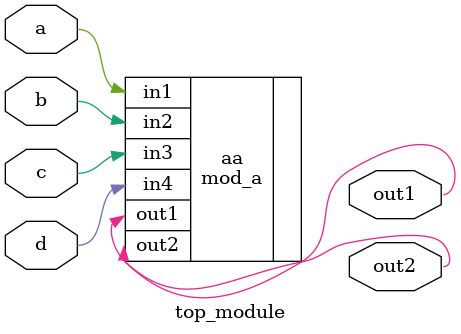
<source format=v>
module top_module ( 
    input a, 
    input b, 
    input c,
    input d,
    output out1,
    output out2
);

    mod_a aa(
        .out1(out1), 
        .out2(out2),
        .in1(a), 
        .in2(b),
        .in3(c),
        .in4(d)
    );
    
endmodule

</source>
